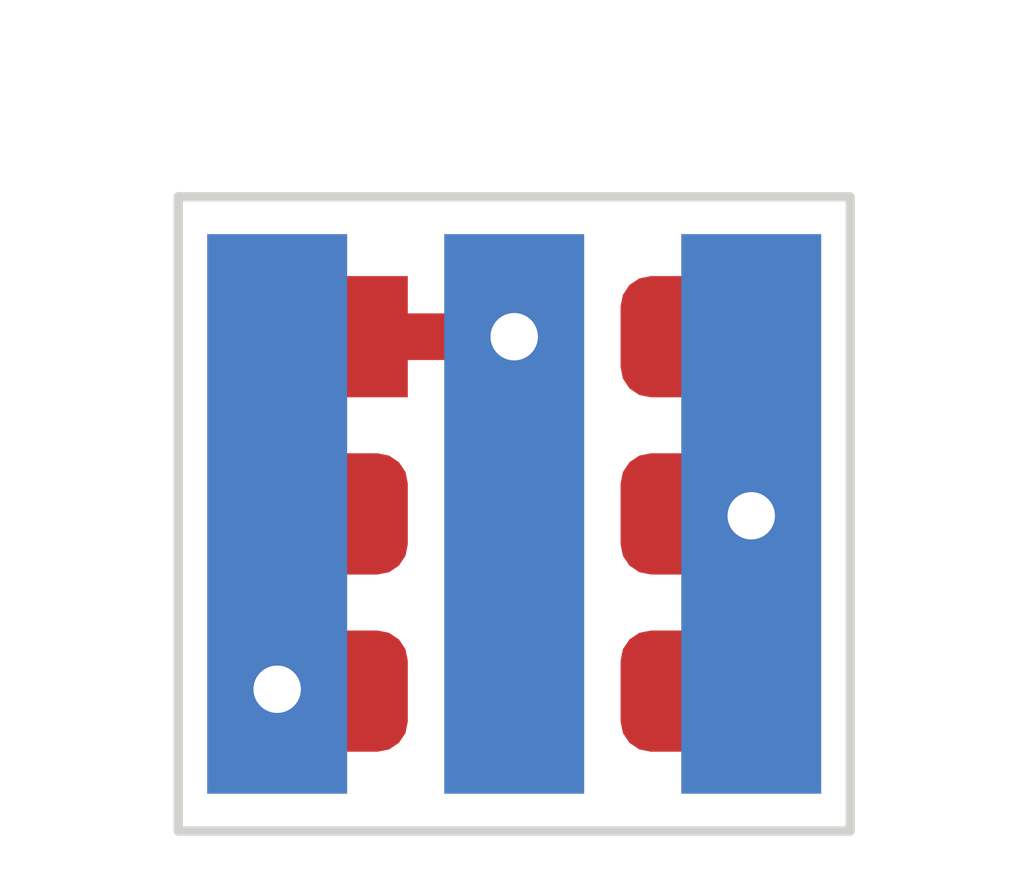
<source format=kicad_pcb>
(kicad_pcb (version 20171130) (host pcbnew "(5.1.10)-1")

  (general
    (thickness 0.2)
    (drawings 4)
    (tracks 7)
    (zones 0)
    (modules 2)
    (nets 6)
  )

  (page A4)
  (layers
    (0 F.Cu signal)
    (31 B.Cu signal)
    (32 B.Adhes user)
    (33 F.Adhes user)
    (34 B.Paste user)
    (35 F.Paste user)
    (36 B.SilkS user)
    (37 F.SilkS user)
    (38 B.Mask user)
    (39 F.Mask user)
    (40 Dwgs.User user)
    (41 Cmts.User user)
    (42 Eco1.User user)
    (43 Eco2.User user)
    (44 Edge.Cuts user)
    (45 Margin user)
    (46 B.CrtYd user hide)
    (47 F.CrtYd user hide)
    (48 B.Fab user hide)
    (49 F.Fab user)
  )

  (setup
    (last_trace_width 0.25)
    (trace_clearance 0.2)
    (zone_clearance 0.508)
    (zone_45_only no)
    (trace_min 0.05)
    (via_size 0.508)
    (via_drill 0.254)
    (via_min_size 0.508)
    (via_min_drill 0.254)
    (uvia_size 0.3)
    (uvia_drill 0.1)
    (uvias_allowed no)
    (uvia_min_size 0.2)
    (uvia_min_drill 0.1)
    (edge_width 0.05)
    (segment_width 0.2)
    (pcb_text_width 0.3)
    (pcb_text_size 1.5 1.5)
    (mod_edge_width 0.12)
    (mod_text_size 1 1)
    (mod_text_width 0.15)
    (pad_size 0.9 0.8)
    (pad_drill 0)
    (pad_to_mask_clearance 0)
    (aux_axis_origin 0 0)
    (visible_elements 7FFFFF7F)
    (pcbplotparams
      (layerselection 0x010fc_ffffffff)
      (usegerberextensions false)
      (usegerberattributes true)
      (usegerberadvancedattributes true)
      (creategerberjobfile true)
      (excludeedgelayer true)
      (linewidth 0.100000)
      (plotframeref false)
      (viasonmask false)
      (mode 1)
      (useauxorigin false)
      (hpglpennumber 1)
      (hpglpenspeed 20)
      (hpglpendiameter 15.000000)
      (psnegative false)
      (psa4output false)
      (plotreference true)
      (plotvalue true)
      (plotinvisibletext false)
      (padsonsilk false)
      (subtractmaskfromsilk false)
      (outputformat 1)
      (mirror false)
      (drillshape 1)
      (scaleselection 1)
      (outputdirectory ""))
  )

  (net 0 "")
  (net 1 /BJT_B)
  (net 2 /BJT_C)
  (net 3 /BJT_E)
  (net 4 "Net-(U1-Pad4)")
  (net 5 "Net-(U1-Pad6)")

  (net_class Default "This is the default net class."
    (clearance 0.2)
    (trace_width 0.25)
    (via_dia 0.508)
    (via_drill 0.254)
    (uvia_dia 0.3)
    (uvia_drill 0.1)
    (add_net /BJT_B)
    (add_net /BJT_C)
    (add_net /BJT_E)
    (add_net "Net-(U1-Pad4)")
    (add_net "Net-(U1-Pad6)")
  )

  (module Package_TO_SOT_SMD:SOT-23-6 (layer F.Cu) (tedit 6220299B) (tstamp 62206BB1)
    (at 100 100)
    (descr "6-pin SOT-23 package")
    (tags SOT-23-6)
    (path /6220225A)
    (attr smd)
    (fp_text reference U1 (at 0 -2.9) (layer F.SilkS) hide
      (effects (font (size 1 1) (thickness 0.15)))
    )
    (fp_text value ATtiny4-TS (at 0 2.9) (layer F.Fab) hide
      (effects (font (size 1 1) (thickness 0.15)))
    )
    (fp_text user %R (at 0 0 90) (layer F.Fab) hide
      (effects (font (size 0.5 0.5) (thickness 0.075)))
    )
    (fp_line (start 1.9 -1.8) (end -1.9 -1.8) (layer F.CrtYd) (width 0.05))
    (fp_line (start 1.9 1.8) (end 1.9 -1.8) (layer F.CrtYd) (width 0.05))
    (fp_line (start -1.9 1.8) (end 1.9 1.8) (layer F.CrtYd) (width 0.05))
    (fp_line (start -1.9 -1.8) (end -1.9 1.8) (layer F.CrtYd) (width 0.05))
    (fp_line (start -0.9 -0.9) (end -0.25 -1.55) (layer F.Fab) (width 0.1))
    (fp_line (start 0.9 -1.55) (end -0.25 -1.55) (layer F.Fab) (width 0.1))
    (fp_line (start -0.9 -0.9) (end -0.9 1.55) (layer F.Fab) (width 0.1))
    (fp_line (start 0.9 1.55) (end -0.9 1.55) (layer F.Fab) (width 0.1))
    (fp_line (start 0.9 -1.55) (end 0.9 1.55) (layer F.Fab) (width 0.1))
    (pad 1 smd rect (at -1.1 -0.95) (size 1.06 0.65) (layers F.Cu F.Paste F.Mask)
      (net 1 /BJT_B))
    (pad 2 smd roundrect (at -1.1 0) (size 1.06 0.65) (layers F.Cu F.Paste F.Mask) (roundrect_rratio 0.25)
      (net 3 /BJT_E))
    (pad 3 smd roundrect (at -1.1 0.95) (size 1.06 0.65) (layers F.Cu F.Paste F.Mask) (roundrect_rratio 0.25)
      (net 3 /BJT_E))
    (pad 4 smd roundrect (at 1.1 0.95) (size 1.06 0.65) (layers F.Cu F.Paste F.Mask) (roundrect_rratio 0.25)
      (net 4 "Net-(U1-Pad4)"))
    (pad 6 smd roundrect (at 1.1 -0.95) (size 1.06 0.65) (layers F.Cu F.Paste F.Mask) (roundrect_rratio 0.25)
      (net 5 "Net-(U1-Pad6)"))
    (pad 5 smd roundrect (at 1.1 0) (size 1.06 0.65) (layers F.Cu F.Paste F.Mask) (roundrect_rratio 0.25)
      (net 2 /BJT_C))
    (model ${KISYS3DMOD}/Package_TO_SOT_SMD.3dshapes/SOT-23-6.wrl
      (at (xyz 0 0 0))
      (scale (xyz 1 1 1))
      (rotate (xyz 0 0 0))
    )
  )

  (module Package_TO_SOT_THT:TO-92_Inline (layer B.Cu) (tedit 622022A1) (tstamp 62207015)
    (at 101.27 100 180)
    (descr "TO-92 leads in-line, narrow, oval pads, drill 0.75mm (see NXP sot054_po.pdf)")
    (tags "to-92 sc-43 sc-43a sot54 PA33 transistor")
    (path /6220353C)
    (fp_text reference J2 (at 1.27 3.56 180) (layer B.SilkS) hide
      (effects (font (size 1 1) (thickness 0.15)) (justify mirror))
    )
    (fp_text value Conn_VDG (at 1.27 -2.79 180) (layer B.Fab) hide
      (effects (font (size 1 1) (thickness 0.15)) (justify mirror))
    )
    (fp_line (start -0.5 -1.75) (end 3 -1.75) (layer B.Fab) (width 0.1))
    (fp_line (start -1.46 2.73) (end 4 2.73) (layer B.CrtYd) (width 0.05))
    (fp_line (start -1.46 2.73) (end -1.46 -2.01) (layer B.CrtYd) (width 0.05))
    (fp_line (start 4 -2.01) (end 4 2.73) (layer B.CrtYd) (width 0.05))
    (fp_line (start 4 -2.01) (end -1.46 -2.01) (layer B.CrtYd) (width 0.05))
    (fp_text user %R (at 1.27 0 180) (layer B.Fab) hide
      (effects (font (size 1 1) (thickness 0.15)) (justify mirror))
    )
    (fp_arc (start 1.27 0) (end 1.27 2.48) (angle -135) (layer B.Fab) (width 0.1))
    (fp_arc (start 1.27 0) (end 1.27 2.48) (angle 135) (layer B.Fab) (width 0.1))
    (pad 2 smd rect (at 1.27 0 180) (size 0.75 3) (layers B.Cu B.Paste B.Mask)
      (net 1 /BJT_B))
    (pad 3 smd rect (at 2.54 0 180) (size 0.75 3) (layers B.Cu B.Paste B.Mask)
      (net 3 /BJT_E))
    (pad 1 smd rect (at 0 0 180) (size 0.75 3) (layers B.Cu B.Paste B.Mask)
      (net 2 /BJT_C))
    (model ${KISYS3DMOD}/Package_TO_SOT_THT.3dshapes/TO-92_Inline.wrl
      (offset (xyz 0 0 0.25))
      (scale (xyz 1 1 1))
      (rotate (xyz 90 0 0))
    )
  )

  (gr_line (start 101.8 98.3) (end 98.2 98.3) (layer Edge.Cuts) (width 0.05) (tstamp 6236D452))
  (gr_line (start 101.8 101.7) (end 101.8 98.3) (layer Edge.Cuts) (width 0.05) (tstamp 6236D4BD))
  (gr_line (start 98.2 101.7) (end 98.2 98.3) (layer Edge.Cuts) (width 0.05))
  (gr_line (start 101.8 101.7) (end 98.2 101.7) (layer Edge.Cuts) (width 0.05) (tstamp 6236D4E8))

  (via (at 100 99.05) (size 0.508) (drill 0.254) (layers F.Cu B.Cu) (net 1) (tstamp 6236D514))
  (segment (start 98.9 99.05) (end 100 99.05) (width 0.25) (layer F.Cu) (net 1) (tstamp 6236D515))
  (via (at 101.26997 100.01) (size 0.508) (drill 0.254) (layers F.Cu B.Cu) (net 2))
  (via (at 98.73003 100.94) (size 0.508) (drill 0.254) (layers F.Cu B.Cu) (net 3) (tstamp 6236D77E))
  (segment (start 98.75 100.15) (end 98.75 100.8) (width 0.25) (layer F.Cu) (net 3) (tstamp 6236D77F))
  (segment (start 98.9 100) (end 98.75 100.15) (width 0.25) (layer F.Cu) (net 3) (tstamp 6236D780))
  (segment (start 98.75 100.8) (end 98.9 100.95) (width 0.25) (layer F.Cu) (net 3) (tstamp 6236D781))

)

</source>
